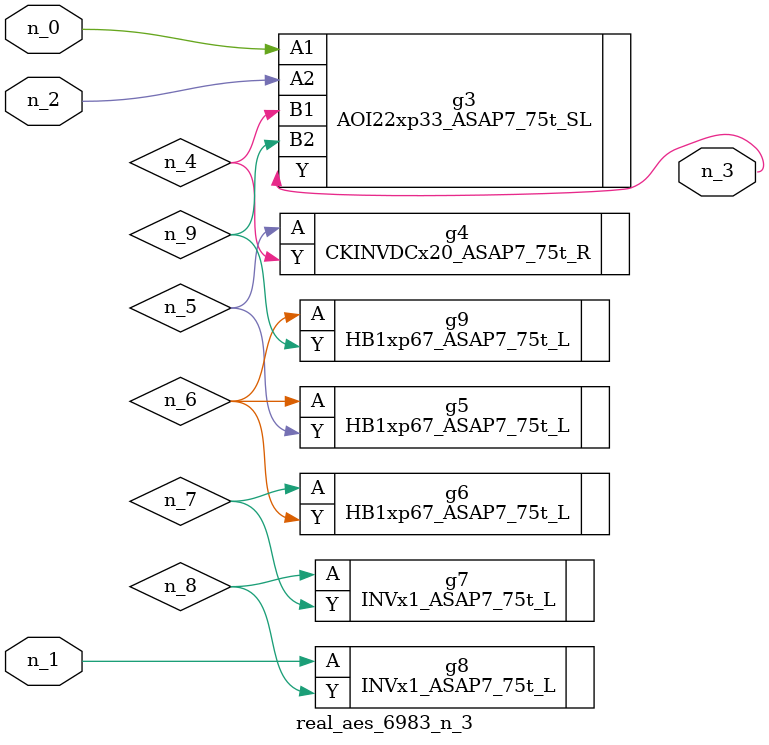
<source format=v>
module real_aes_6983_n_3 (n_0, n_2, n_1, n_3);
input n_0;
input n_2;
input n_1;
output n_3;
wire n_4;
wire n_5;
wire n_7;
wire n_9;
wire n_6;
wire n_8;
AOI22xp33_ASAP7_75t_SL g3 ( .A1(n_0), .A2(n_2), .B1(n_4), .B2(n_9), .Y(n_3) );
INVx1_ASAP7_75t_L g8 ( .A(n_1), .Y(n_8) );
CKINVDCx20_ASAP7_75t_R g4 ( .A(n_5), .Y(n_4) );
HB1xp67_ASAP7_75t_L g5 ( .A(n_6), .Y(n_5) );
HB1xp67_ASAP7_75t_L g9 ( .A(n_6), .Y(n_9) );
HB1xp67_ASAP7_75t_L g6 ( .A(n_7), .Y(n_6) );
INVx1_ASAP7_75t_L g7 ( .A(n_8), .Y(n_7) );
endmodule
</source>
